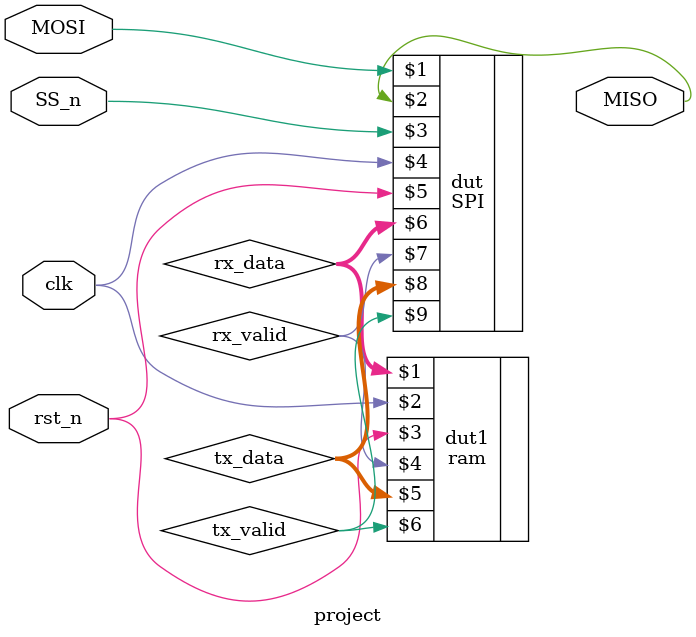
<source format=v>
module project (MOSI,MISO,SS_n,clk,rst_n);
input MOSI,clk,rst_n,SS_n;
output MISO;
wire rx_valid,tx_valid;
wire[7:0]tx_data;
wire [9:0]rx_data;
SPI dut(MOSI,MISO,SS_n,clk,rst_n,rx_data,rx_valid,tx_data,tx_valid);
ram dut1(rx_data,clk,rst_n,rx_valid,tx_data,tx_valid);
endmodule
</source>
